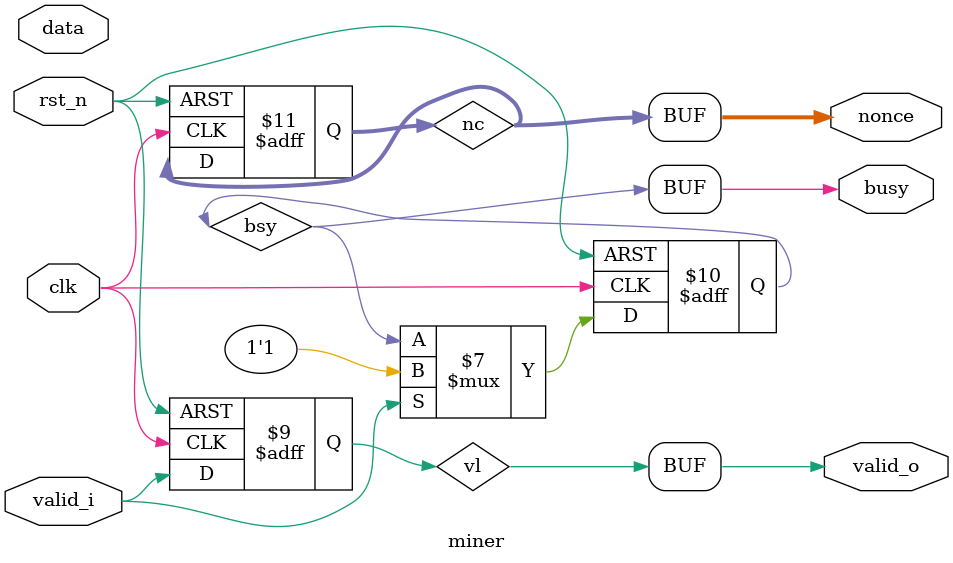
<source format=sv>
module miner (
    input   logic           clk,
    input   logic           rst_n,

    input   logic           valid_i,
    input   logic   [607:0] data,

    output  logic           valid_o,
    output  logic           busy,
    output  logic   [31:0]  nonce
);

    // ------------------------------------------------------------
    // Internal signals
    // ------------------------------------------------------------
    logic           vl;
    logic           bsy;
    logic   [31:0]  nc;

    logic   [511:0] block1, block2;
    logic   [511:0] tmp_block1, tmp_block2;

    // ------------------------------------------------------------
    // Block generator
    // ------------------------------------------------------------
    miner_blockgen u_blockgen (
        .block1_fixed (data[511:0]),
        .tail_fixed   (data[607:512]),
        .block1_o     (tmp_block1),
        .block2_o     (tmp_block2)
    );

    // ------------------------------------------------------------
    // Stage registers
    // ------------------------------------------------------------
    always_ff @(posedge clk or negedge rst_n) begin
        if (!rst_n) begin
            vl      <= 1'b0;
            bsy     <= 1'b0;
            nc      <= 32'd0;

            block1  <= '0;
            block2  <= '0;
        end
        else begin
            vl      <= valid_i;

            if (valid_i) begin
                block1  <= tmp_block1;
                block2  <= tmp_block2;
                bsy     <= 1'b1;
            end

            // TODO:
            // ここに nonce increment や stage制御を書く
        end
    end

    // ------------------------------------------------------------
    // Output assignment
    // ------------------------------------------------------------
    assign valid_o = vl;
    assign busy    = bsy;
    assign nonce   = nc;

endmodule

</source>
